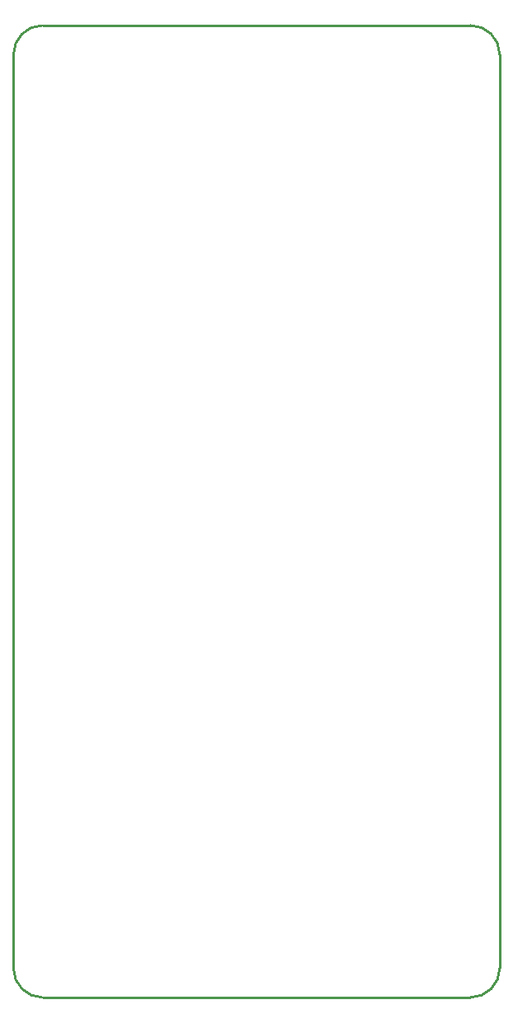
<source format=gbr>
%TF.GenerationSoftware,KiCad,Pcbnew,8.0.2*%
%TF.CreationDate,2024-08-19T17:56:03+02:00*%
%TF.ProjectId,Deck-Btns,4465636b-2d42-4746-9e73-2e6b69636164,rev?*%
%TF.SameCoordinates,Original*%
%TF.FileFunction,Profile,NP*%
%FSLAX46Y46*%
G04 Gerber Fmt 4.6, Leading zero omitted, Abs format (unit mm)*
G04 Created by KiCad (PCBNEW 8.0.2) date 2024-08-19 17:56:03*
%MOMM*%
%LPD*%
G01*
G04 APERTURE LIST*
%TA.AperFunction,Profile*%
%ADD10C,0.250000*%
%TD*%
G04 APERTURE END LIST*
D10*
X73121320Y-134878680D02*
G75*
G02*
X70121320Y-131878680I0J3000000D01*
G01*
X70121320Y-37878680D02*
X70121320Y-131878680D01*
X70121320Y-37878680D02*
G75*
G02*
X73121320Y-34878680I3000000J0D01*
G01*
X117121320Y-34878680D02*
X73121320Y-34878680D01*
X117121320Y-34878680D02*
G75*
G02*
X120121320Y-37878680I0J-3000000D01*
G01*
X120121320Y-131878680D02*
X120121320Y-37878680D01*
X120121320Y-131878680D02*
G75*
G02*
X117121320Y-134878680I-3000000J0D01*
G01*
X73121320Y-134878680D02*
X117121320Y-134878680D01*
M02*

</source>
